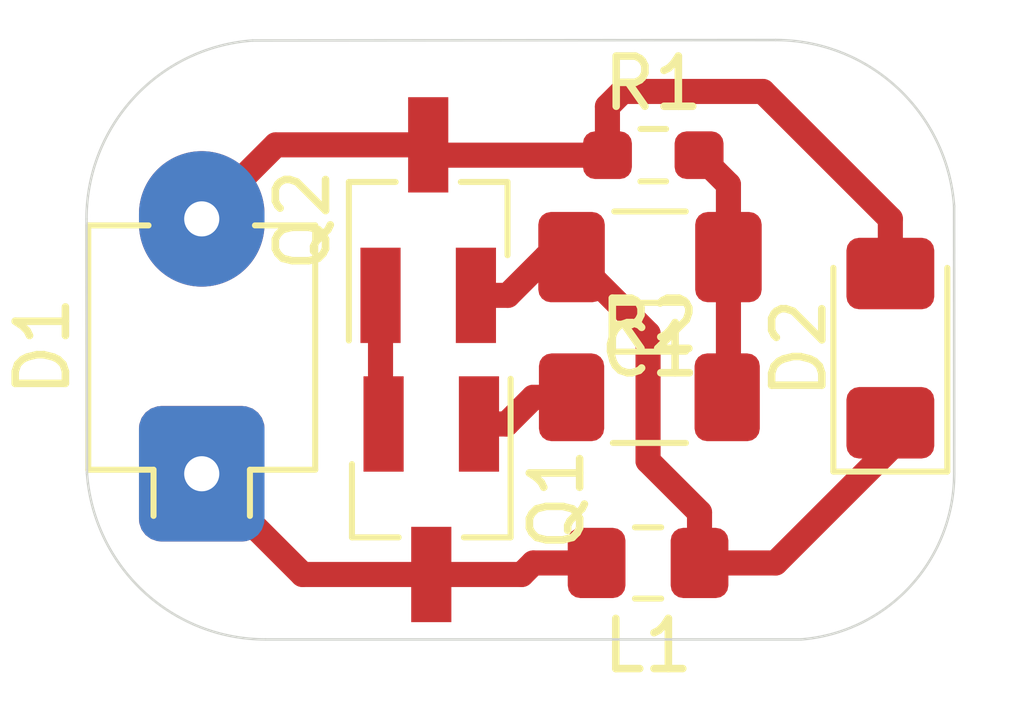
<source format=kicad_pcb>
(kicad_pcb (version 20171130) (host pcbnew "(5.1.9)-1")

  (general
    (thickness 1.6)
    (drawings 8)
    (tracks 34)
    (zones 0)
    (modules 8)
    (nets 7)
  )

  (page A4)
  (layers
    (0 F.Cu signal)
    (31 B.Cu signal)
    (32 B.Adhes user)
    (33 F.Adhes user)
    (34 B.Paste user)
    (35 F.Paste user)
    (36 B.SilkS user)
    (37 F.SilkS user)
    (38 B.Mask user)
    (39 F.Mask user)
    (40 Dwgs.User user)
    (41 Cmts.User user)
    (42 Eco1.User user)
    (43 Eco2.User user)
    (44 Edge.Cuts user)
    (45 Margin user)
    (46 B.CrtYd user)
    (47 F.CrtYd user)
    (48 B.Fab user)
    (49 F.Fab user)
  )

  (setup
    (last_trace_width 0.5)
    (user_trace_width 0.5)
    (trace_clearance 0.2)
    (zone_clearance 0.508)
    (zone_45_only no)
    (trace_min 0.2)
    (via_size 0.8)
    (via_drill 0.4)
    (via_min_size 0.4)
    (via_min_drill 0.3)
    (uvia_size 0.3)
    (uvia_drill 0.1)
    (uvias_allowed no)
    (uvia_min_size 0.2)
    (uvia_min_drill 0.1)
    (edge_width 0.05)
    (segment_width 0.2)
    (pcb_text_width 0.3)
    (pcb_text_size 1.5 1.5)
    (mod_edge_width 0.12)
    (mod_text_size 1 1)
    (mod_text_width 0.15)
    (pad_size 2.7 2.5)
    (pad_drill 0.7)
    (pad_to_mask_clearance 0)
    (aux_axis_origin 132.334 96.52)
    (visible_elements FFFFFF7F)
    (pcbplotparams
      (layerselection 0x010fc_ffffffff)
      (usegerberextensions false)
      (usegerberattributes true)
      (usegerberadvancedattributes true)
      (creategerberjobfile true)
      (excludeedgelayer true)
      (linewidth 0.100000)
      (plotframeref false)
      (viasonmask false)
      (mode 1)
      (useauxorigin true)
      (hpglpennumber 1)
      (hpglpenspeed 20)
      (hpglpendiameter 15.000000)
      (psnegative false)
      (psa4output false)
      (plotreference true)
      (plotvalue true)
      (plotinvisibletext false)
      (padsonsilk false)
      (subtractmaskfromsilk false)
      (outputformat 1)
      (mirror false)
      (drillshape 0)
      (scaleselection 1)
      (outputdirectory "gerbers/"))
  )

  (net 0 "")
  (net 1 "Net-(C1-Pad1)")
  (net 2 "Net-(C1-Pad2)")
  (net 3 "Net-(D1-Pad2)")
  (net 4 "Net-(D1-Pad1)")
  (net 5 "Net-(Q1-Pad1)")
  (net 6 "Net-(Q1-Pad2)")

  (net_class Default "This is the default net class."
    (clearance 0.2)
    (trace_width 0.25)
    (via_dia 0.8)
    (via_drill 0.4)
    (uvia_dia 0.3)
    (uvia_drill 0.1)
    (add_net "Net-(C1-Pad1)")
    (add_net "Net-(C1-Pad2)")
    (add_net "Net-(D1-Pad1)")
    (add_net "Net-(D1-Pad2)")
    (add_net "Net-(Q1-Pad1)")
    (add_net "Net-(Q1-Pad2)")
  )

  (module Package_TO_SOT_SMD:SOT-23_Handsoldering (layer F.Cu) (tedit 5A0AB76C) (tstamp 5FF9FDCA)
    (at 139.446 93.726 270)
    (descr "SOT-23, Handsoldering")
    (tags SOT-23)
    (path /5FF9E7A3)
    (attr smd)
    (fp_text reference Q1 (at 0 -2.5 90) (layer F.SilkS)
      (effects (font (size 1 1) (thickness 0.15)))
    )
    (fp_text value Q_NPN_BCE (at 0 2.5 90) (layer F.Fab)
      (effects (font (size 1 1) (thickness 0.15)))
    )
    (fp_line (start 0.76 1.58) (end -0.7 1.58) (layer F.SilkS) (width 0.12))
    (fp_line (start -0.7 1.52) (end 0.7 1.52) (layer F.Fab) (width 0.1))
    (fp_line (start 0.7 -1.52) (end 0.7 1.52) (layer F.Fab) (width 0.1))
    (fp_line (start -0.7 -0.95) (end -0.15 -1.52) (layer F.Fab) (width 0.1))
    (fp_line (start -0.15 -1.52) (end 0.7 -1.52) (layer F.Fab) (width 0.1))
    (fp_line (start -0.7 -0.95) (end -0.7 1.5) (layer F.Fab) (width 0.1))
    (fp_line (start 0.76 -1.58) (end -2.4 -1.58) (layer F.SilkS) (width 0.12))
    (fp_line (start -2.7 1.75) (end -2.7 -1.75) (layer F.CrtYd) (width 0.05))
    (fp_line (start 2.7 1.75) (end -2.7 1.75) (layer F.CrtYd) (width 0.05))
    (fp_line (start 2.7 -1.75) (end 2.7 1.75) (layer F.CrtYd) (width 0.05))
    (fp_line (start -2.7 -1.75) (end 2.7 -1.75) (layer F.CrtYd) (width 0.05))
    (fp_line (start 0.76 -1.58) (end 0.76 -0.65) (layer F.SilkS) (width 0.12))
    (fp_line (start 0.76 1.58) (end 0.76 0.65) (layer F.SilkS) (width 0.12))
    (fp_text user %R (at 0 0) (layer F.Fab)
      (effects (font (size 0.5 0.5) (thickness 0.075)))
    )
    (pad 1 smd rect (at -1.5 -0.95 270) (size 1.9 0.8) (layers F.Cu F.Paste F.Mask)
      (net 5 "Net-(Q1-Pad1)"))
    (pad 2 smd rect (at -1.5 0.95 270) (size 1.9 0.8) (layers F.Cu F.Paste F.Mask)
      (net 6 "Net-(Q1-Pad2)"))
    (pad 3 smd rect (at 1.5 0 270) (size 1.9 0.8) (layers F.Cu F.Paste F.Mask)
      (net 4 "Net-(D1-Pad1)"))
    (model ${KISYS3DMOD}/Package_TO_SOT_SMD.3dshapes/SOT-23.wrl
      (at (xyz 0 0 0))
      (scale (xyz 1 1 1))
      (rotate (xyz 0 0 0))
    )
  )

  (module Inductor_SMD:L_0805_2012Metric_Pad1.15x1.40mm_HandSolder (layer F.Cu) (tedit 5F68FEF0) (tstamp 5FFA1669)
    (at 143.764 94.996 180)
    (descr "Inductor SMD 0805 (2012 Metric), square (rectangular) end terminal, IPC_7351 nominal with elongated pad for handsoldering. (Body size source: https://docs.google.com/spreadsheets/d/1BsfQQcO9C6DZCsRaXUlFlo91Tg2WpOkGARC1WS5S8t0/edit?usp=sharing), generated with kicad-footprint-generator")
    (tags "inductor handsolder")
    (path /5FF9FDA8)
    (attr smd)
    (fp_text reference L1 (at 0 -1.65) (layer F.SilkS)
      (effects (font (size 1 1) (thickness 0.15)))
    )
    (fp_text value L (at 0 1.65) (layer F.Fab)
      (effects (font (size 1 1) (thickness 0.15)))
    )
    (fp_line (start 1.85 0.95) (end -1.85 0.95) (layer F.CrtYd) (width 0.05))
    (fp_line (start 1.85 -0.95) (end 1.85 0.95) (layer F.CrtYd) (width 0.05))
    (fp_line (start -1.85 -0.95) (end 1.85 -0.95) (layer F.CrtYd) (width 0.05))
    (fp_line (start -1.85 0.95) (end -1.85 -0.95) (layer F.CrtYd) (width 0.05))
    (fp_line (start -0.261252 0.71) (end 0.261252 0.71) (layer F.SilkS) (width 0.12))
    (fp_line (start -0.261252 -0.71) (end 0.261252 -0.71) (layer F.SilkS) (width 0.12))
    (fp_line (start 1 0.6) (end -1 0.6) (layer F.Fab) (width 0.1))
    (fp_line (start 1 -0.6) (end 1 0.6) (layer F.Fab) (width 0.1))
    (fp_line (start -1 -0.6) (end 1 -0.6) (layer F.Fab) (width 0.1))
    (fp_line (start -1 0.6) (end -1 -0.6) (layer F.Fab) (width 0.1))
    (fp_text user %R (at 0 0) (layer F.Fab)
      (effects (font (size 0.5 0.5) (thickness 0.08)))
    )
    (pad 1 smd roundrect (at -1.025 0 180) (size 1.15 1.4) (layers F.Cu F.Paste F.Mask) (roundrect_rratio 0.2173904347826087)
      (net 2 "Net-(C1-Pad2)"))
    (pad 2 smd roundrect (at 1.025 0 180) (size 1.15 1.4) (layers F.Cu F.Paste F.Mask) (roundrect_rratio 0.2173904347826087)
      (net 4 "Net-(D1-Pad1)"))
    (model ${KISYS3DMOD}/Inductor_SMD.3dshapes/L_0805_2012Metric.wrl
      (at (xyz 0 0 0))
      (scale (xyz 1 1 1))
      (rotate (xyz 0 0 0))
    )
  )

  (module Resistor_SMD:R_1206_3216Metric_Pad1.30x1.75mm_HandSolder (layer F.Cu) (tedit 5F68FEEE) (tstamp 5FF9FE01)
    (at 143.79 91.694)
    (descr "Resistor SMD 1206 (3216 Metric), square (rectangular) end terminal, IPC_7351 nominal with elongated pad for handsoldering. (Body size source: IPC-SM-782 page 72, https://www.pcb-3d.com/wordpress/wp-content/uploads/ipc-sm-782a_amendment_1_and_2.pdf), generated with kicad-footprint-generator")
    (tags "resistor handsolder")
    (path /5FFA78B5)
    (attr smd)
    (fp_text reference R2 (at 0 -1.43) (layer F.SilkS)
      (effects (font (size 1 1) (thickness 0.15)))
    )
    (fp_text value R_US (at 0 1.43) (layer F.Fab)
      (effects (font (size 1 1) (thickness 0.15)))
    )
    (fp_text user %R (at 0 0) (layer F.Fab)
      (effects (font (size 0.4 0.4) (thickness 0.06)))
    )
    (fp_line (start -1.6 0.8) (end -1.6 -0.8) (layer F.Fab) (width 0.1))
    (fp_line (start -1.6 -0.8) (end 1.6 -0.8) (layer F.Fab) (width 0.1))
    (fp_line (start 1.6 -0.8) (end 1.6 0.8) (layer F.Fab) (width 0.1))
    (fp_line (start 1.6 0.8) (end -1.6 0.8) (layer F.Fab) (width 0.1))
    (fp_line (start -0.727064 -0.91) (end 0.727064 -0.91) (layer F.SilkS) (width 0.12))
    (fp_line (start -0.727064 0.91) (end 0.727064 0.91) (layer F.SilkS) (width 0.12))
    (fp_line (start -2.45 1.12) (end -2.45 -1.12) (layer F.CrtYd) (width 0.05))
    (fp_line (start -2.45 -1.12) (end 2.45 -1.12) (layer F.CrtYd) (width 0.05))
    (fp_line (start 2.45 -1.12) (end 2.45 1.12) (layer F.CrtYd) (width 0.05))
    (fp_line (start 2.45 1.12) (end -2.45 1.12) (layer F.CrtYd) (width 0.05))
    (pad 2 smd roundrect (at 1.55 0) (size 1.3 1.75) (layers F.Cu F.Paste F.Mask) (roundrect_rratio 0.1923076923076923)
      (net 1 "Net-(C1-Pad1)"))
    (pad 1 smd roundrect (at -1.55 0) (size 1.3 1.75) (layers F.Cu F.Paste F.Mask) (roundrect_rratio 0.1923076923076923)
      (net 5 "Net-(Q1-Pad1)"))
    (model ${KISYS3DMOD}/Resistor_SMD.3dshapes/R_1206_3216Metric.wrl
      (at (xyz 0 0 0))
      (scale (xyz 1 1 1))
      (rotate (xyz 0 0 0))
    )
  )

  (module Capacitor_SMD:C_1206_3216Metric_Pad1.33x1.80mm_HandSolder (layer F.Cu) (tedit 5F68FEEF) (tstamp 5FFA071F)
    (at 143.8025 88.9 180)
    (descr "Capacitor SMD 1206 (3216 Metric), square (rectangular) end terminal, IPC_7351 nominal with elongated pad for handsoldering. (Body size source: IPC-SM-782 page 76, https://www.pcb-3d.com/wordpress/wp-content/uploads/ipc-sm-782a_amendment_1_and_2.pdf), generated with kicad-footprint-generator")
    (tags "capacitor handsolder")
    (path /5FF9D579)
    (attr smd)
    (fp_text reference C1 (at 0 -1.85) (layer F.SilkS)
      (effects (font (size 1 1) (thickness 0.15)))
    )
    (fp_text value CP1 (at 0 1.85) (layer F.Fab)
      (effects (font (size 1 1) (thickness 0.15)))
    )
    (fp_line (start 2.48 1.15) (end -2.48 1.15) (layer F.CrtYd) (width 0.05))
    (fp_line (start 2.48 -1.15) (end 2.48 1.15) (layer F.CrtYd) (width 0.05))
    (fp_line (start -2.48 -1.15) (end 2.48 -1.15) (layer F.CrtYd) (width 0.05))
    (fp_line (start -2.48 1.15) (end -2.48 -1.15) (layer F.CrtYd) (width 0.05))
    (fp_line (start -0.711252 0.91) (end 0.711252 0.91) (layer F.SilkS) (width 0.12))
    (fp_line (start -0.711252 -0.91) (end 0.711252 -0.91) (layer F.SilkS) (width 0.12))
    (fp_line (start 1.6 0.8) (end -1.6 0.8) (layer F.Fab) (width 0.1))
    (fp_line (start 1.6 -0.8) (end 1.6 0.8) (layer F.Fab) (width 0.1))
    (fp_line (start -1.6 -0.8) (end 1.6 -0.8) (layer F.Fab) (width 0.1))
    (fp_line (start -1.6 0.8) (end -1.6 -0.8) (layer F.Fab) (width 0.1))
    (fp_text user %R (at 0 0) (layer F.Fab)
      (effects (font (size 0.8 0.8) (thickness 0.12)))
    )
    (pad 1 smd roundrect (at -1.5625 0 180) (size 1.325 1.8) (layers F.Cu F.Paste F.Mask) (roundrect_rratio 0.1886784905660377)
      (net 1 "Net-(C1-Pad1)"))
    (pad 2 smd roundrect (at 1.5625 0 180) (size 1.325 1.8) (layers F.Cu F.Paste F.Mask) (roundrect_rratio 0.1886784905660377)
      (net 2 "Net-(C1-Pad2)"))
    (model ${KISYS3DMOD}/Capacitor_SMD.3dshapes/C_1206_3216Metric.wrl
      (at (xyz 0 0 0))
      (scale (xyz 1 1 1))
      (rotate (xyz 0 0 0))
    )
  )

  (module OptoDevice:Osram_DIL2_4.3x4.65mm_P5.08mm (layer F.Cu) (tedit 5FFA080D) (tstamp 5FF9FD91)
    (at 134.874 93.218 90)
    (descr "PhotoDiode, plastic DIL, 4.3x4.65mm², RM5.08")
    (tags "PhotoDiode plastic DIL RM5.08")
    (path /5FFA21E7)
    (fp_text reference D1 (at 2.54 -3.17 90) (layer F.SilkS)
      (effects (font (size 1 1) (thickness 0.15)))
    )
    (fp_text value BPW34 (at 2.54 3.17 90) (layer F.Fab)
      (effects (font (size 1 1) (thickness 0.15)))
    )
    (fp_line (start 0.08 0.96) (end -0.84 0.96) (layer F.SilkS) (width 0.12))
    (fp_line (start 0.08 -0.96) (end -0.84 -0.96) (layer F.SilkS) (width 0.12))
    (fp_line (start 6.18 2.4) (end -1.1 2.4) (layer F.CrtYd) (width 0.05))
    (fp_line (start 6.18 2.4) (end 6.18 -2.4) (layer F.CrtYd) (width 0.05))
    (fp_line (start -1.1 -2.4) (end -1.1 2.4) (layer F.CrtYd) (width 0.05))
    (fp_line (start -1.1 -2.4) (end 6.18 -2.4) (layer F.CrtYd) (width 0.05))
    (fp_line (start 1.02 0.64) (end 3.56 0.64) (layer F.Fab) (width 0.1))
    (fp_line (start 2.03 0) (end 2.03 1.27) (layer F.Fab) (width 0.1))
    (fp_line (start 2.67 1.27) (end 2.03 0.64) (layer F.Fab) (width 0.1))
    (fp_line (start 2.67 0) (end 2.67 1.27) (layer F.Fab) (width 0.1))
    (fp_line (start 2.03 0.64) (end 2.67 0) (layer F.Fab) (width 0.1))
    (fp_line (start 3.56 -1.14) (end 2.79 -0.38) (layer F.Fab) (width 0.1))
    (fp_line (start 3.05 -1.14) (end 2.29 -0.38) (layer F.Fab) (width 0.1))
    (fp_line (start 2.29 -0.38) (end 2.29 -0.64) (layer F.Fab) (width 0.1))
    (fp_line (start 2.29 -0.38) (end 2.54 -0.38) (layer F.Fab) (width 0.1))
    (fp_line (start 2.79 -0.38) (end 2.79 -0.64) (layer F.Fab) (width 0.1))
    (fp_line (start 2.79 -0.38) (end 3.05 -0.38) (layer F.Fab) (width 0.1))
    (fp_line (start 3.79 -1.5) (end 0.79 -1.5) (layer F.Fab) (width 0.1))
    (fp_line (start 0.79 1.5) (end 3.79 1.5) (layer F.Fab) (width 0.1))
    (fp_line (start 0.84 -2.15) (end 4.84 -2.15) (layer F.Fab) (width 0.1))
    (fp_line (start 0.19 -1.5) (end 0.84 -2.15) (layer F.Fab) (width 0.1))
    (fp_line (start 0.19 2.15) (end 0.19 -1.5) (layer F.Fab) (width 0.1))
    (fp_line (start 4.84 2.15) (end 0.19 2.15) (layer F.Fab) (width 0.1))
    (fp_line (start 4.84 -2.15) (end 4.84 2.15) (layer F.Fab) (width 0.1))
    (fp_line (start 4.95 -2.26) (end 4.95 -1.06) (layer F.SilkS) (width 0.12))
    (fp_line (start 0.08 -2.26) (end 4.95 -2.26) (layer F.SilkS) (width 0.12))
    (fp_line (start 4.95 2.26) (end 0.08 2.26) (layer F.SilkS) (width 0.12))
    (fp_line (start 4.95 1.06) (end 4.95 2.26) (layer F.SilkS) (width 0.12))
    (fp_line (start 0.08 -2.26) (end 0.08 -0.96) (layer F.SilkS) (width 0.12))
    (fp_line (start 0.08 0.96) (end 0.08 2.26) (layer F.SilkS) (width 0.12))
    (fp_line (start 0.79 -1.5) (end 0.79 1.5) (layer F.Fab) (width 0.1))
    (fp_line (start 3.79 1.5) (end 3.79 -1.5) (layer F.Fab) (width 0.1))
    (fp_text user %R (at 2.54 -3.17 90) (layer F.Fab)
      (effects (font (size 1 1) (thickness 0.15)))
    )
    (pad 2 thru_hole oval (at 5.08 0 90) (size 2.7 2.5) (drill 0.7) (layers *.Cu *.Mask)
      (net 3 "Net-(D1-Pad2)"))
    (pad 1 thru_hole roundrect (at 0 0 90) (size 2.7 2.5) (drill 0.7) (layers *.Cu *.Mask) (roundrect_rratio 0.178)
      (net 4 "Net-(D1-Pad1)"))
    (model ${KISYS3DMOD}/OptoDevice.3dshapes/Osram_DIL2_4.3x4.65mm_P5.08mm.wrl
      (at (xyz 0 0 0))
      (scale (xyz 1 1 1))
      (rotate (xyz 0 0 0))
    )
  )

  (module LED_SMD:LED_1206_3216Metric_Pad1.42x1.75mm_HandSolder (layer F.Cu) (tedit 5F68FEF1) (tstamp 5FFA169B)
    (at 148.59 90.7145 90)
    (descr "LED SMD 1206 (3216 Metric), square (rectangular) end terminal, IPC_7351 nominal, (Body size source: http://www.tortai-tech.com/upload/download/2011102023233369053.pdf), generated with kicad-footprint-generator")
    (tags "LED handsolder")
    (path /5FFA061A)
    (attr smd)
    (fp_text reference D2 (at 0 -1.82 90) (layer F.SilkS)
      (effects (font (size 1 1) (thickness 0.15)))
    )
    (fp_text value LED (at 0 1.82 90) (layer F.Fab)
      (effects (font (size 1 1) (thickness 0.15)))
    )
    (fp_line (start 2.45 1.12) (end -2.45 1.12) (layer F.CrtYd) (width 0.05))
    (fp_line (start 2.45 -1.12) (end 2.45 1.12) (layer F.CrtYd) (width 0.05))
    (fp_line (start -2.45 -1.12) (end 2.45 -1.12) (layer F.CrtYd) (width 0.05))
    (fp_line (start -2.45 1.12) (end -2.45 -1.12) (layer F.CrtYd) (width 0.05))
    (fp_line (start -2.46 1.135) (end 1.6 1.135) (layer F.SilkS) (width 0.12))
    (fp_line (start -2.46 -1.135) (end -2.46 1.135) (layer F.SilkS) (width 0.12))
    (fp_line (start 1.6 -1.135) (end -2.46 -1.135) (layer F.SilkS) (width 0.12))
    (fp_line (start 1.6 0.8) (end 1.6 -0.8) (layer F.Fab) (width 0.1))
    (fp_line (start -1.6 0.8) (end 1.6 0.8) (layer F.Fab) (width 0.1))
    (fp_line (start -1.6 -0.4) (end -1.6 0.8) (layer F.Fab) (width 0.1))
    (fp_line (start -1.2 -0.8) (end -1.6 -0.4) (layer F.Fab) (width 0.1))
    (fp_line (start 1.6 -0.8) (end -1.2 -0.8) (layer F.Fab) (width 0.1))
    (fp_text user %R (at 0 0 90) (layer F.Fab)
      (effects (font (size 0.8 0.8) (thickness 0.12)))
    )
    (pad 1 smd roundrect (at -1.4875 0 90) (size 1.425 1.75) (layers F.Cu F.Paste F.Mask) (roundrect_rratio 0.1754385964912281)
      (net 2 "Net-(C1-Pad2)"))
    (pad 2 smd roundrect (at 1.4875 0 90) (size 1.425 1.75) (layers F.Cu F.Paste F.Mask) (roundrect_rratio 0.1754385964912281)
      (net 3 "Net-(D1-Pad2)"))
    (model ${KISYS3DMOD}/LED_SMD.3dshapes/LED_1206_3216Metric.wrl
      (at (xyz 0 0 0))
      (scale (xyz 1 1 1))
      (rotate (xyz 0 0 0))
    )
  )

  (module Package_TO_SOT_SMD:SOT-23_Handsoldering (layer F.Cu) (tedit 5A0AB76C) (tstamp 5FF9FDDF)
    (at 139.385 88.162 90)
    (descr "SOT-23, Handsoldering")
    (tags SOT-23)
    (path /5FF9F309)
    (attr smd)
    (fp_text reference Q2 (at 0 -2.5 90) (layer F.SilkS)
      (effects (font (size 1 1) (thickness 0.15)))
    )
    (fp_text value Q_PNP_BCE (at 0 2.5 90) (layer F.Fab)
      (effects (font (size 1 1) (thickness 0.15)))
    )
    (fp_text user %R (at 0 0) (layer F.Fab)
      (effects (font (size 0.5 0.5) (thickness 0.075)))
    )
    (fp_line (start 0.76 1.58) (end 0.76 0.65) (layer F.SilkS) (width 0.12))
    (fp_line (start 0.76 -1.58) (end 0.76 -0.65) (layer F.SilkS) (width 0.12))
    (fp_line (start -2.7 -1.75) (end 2.7 -1.75) (layer F.CrtYd) (width 0.05))
    (fp_line (start 2.7 -1.75) (end 2.7 1.75) (layer F.CrtYd) (width 0.05))
    (fp_line (start 2.7 1.75) (end -2.7 1.75) (layer F.CrtYd) (width 0.05))
    (fp_line (start -2.7 1.75) (end -2.7 -1.75) (layer F.CrtYd) (width 0.05))
    (fp_line (start 0.76 -1.58) (end -2.4 -1.58) (layer F.SilkS) (width 0.12))
    (fp_line (start -0.7 -0.95) (end -0.7 1.5) (layer F.Fab) (width 0.1))
    (fp_line (start -0.15 -1.52) (end 0.7 -1.52) (layer F.Fab) (width 0.1))
    (fp_line (start -0.7 -0.95) (end -0.15 -1.52) (layer F.Fab) (width 0.1))
    (fp_line (start 0.7 -1.52) (end 0.7 1.52) (layer F.Fab) (width 0.1))
    (fp_line (start -0.7 1.52) (end 0.7 1.52) (layer F.Fab) (width 0.1))
    (fp_line (start 0.76 1.58) (end -0.7 1.58) (layer F.SilkS) (width 0.12))
    (pad 3 smd rect (at 1.5 0 90) (size 1.9 0.8) (layers F.Cu F.Paste F.Mask)
      (net 3 "Net-(D1-Pad2)"))
    (pad 2 smd rect (at -1.5 0.95 90) (size 1.9 0.8) (layers F.Cu F.Paste F.Mask)
      (net 2 "Net-(C1-Pad2)"))
    (pad 1 smd rect (at -1.5 -0.95 90) (size 1.9 0.8) (layers F.Cu F.Paste F.Mask)
      (net 6 "Net-(Q1-Pad2)"))
    (model ${KISYS3DMOD}/Package_TO_SOT_SMD.3dshapes/SOT-23.wrl
      (at (xyz 0 0 0))
      (scale (xyz 1 1 1))
      (rotate (xyz 0 0 0))
    )
  )

  (module Resistor_SMD:R_0603_1608Metric_Pad0.98x0.95mm_HandSolder (layer F.Cu) (tedit 5F68FEEE) (tstamp 5FFA1639)
    (at 143.8675 86.868)
    (descr "Resistor SMD 0603 (1608 Metric), square (rectangular) end terminal, IPC_7351 nominal with elongated pad for handsoldering. (Body size source: IPC-SM-782 page 72, https://www.pcb-3d.com/wordpress/wp-content/uploads/ipc-sm-782a_amendment_1_and_2.pdf), generated with kicad-footprint-generator")
    (tags "resistor handsolder")
    (path /5FF9CBEE)
    (attr smd)
    (fp_text reference R1 (at 0 -1.43) (layer F.SilkS)
      (effects (font (size 1 1) (thickness 0.15)))
    )
    (fp_text value R_US (at 0 1.43) (layer F.Fab)
      (effects (font (size 1 1) (thickness 0.15)))
    )
    (fp_line (start 1.65 0.73) (end -1.65 0.73) (layer F.CrtYd) (width 0.05))
    (fp_line (start 1.65 -0.73) (end 1.65 0.73) (layer F.CrtYd) (width 0.05))
    (fp_line (start -1.65 -0.73) (end 1.65 -0.73) (layer F.CrtYd) (width 0.05))
    (fp_line (start -1.65 0.73) (end -1.65 -0.73) (layer F.CrtYd) (width 0.05))
    (fp_line (start -0.254724 0.5225) (end 0.254724 0.5225) (layer F.SilkS) (width 0.12))
    (fp_line (start -0.254724 -0.5225) (end 0.254724 -0.5225) (layer F.SilkS) (width 0.12))
    (fp_line (start 0.8 0.4125) (end -0.8 0.4125) (layer F.Fab) (width 0.1))
    (fp_line (start 0.8 -0.4125) (end 0.8 0.4125) (layer F.Fab) (width 0.1))
    (fp_line (start -0.8 -0.4125) (end 0.8 -0.4125) (layer F.Fab) (width 0.1))
    (fp_line (start -0.8 0.4125) (end -0.8 -0.4125) (layer F.Fab) (width 0.1))
    (fp_text user %R (at 0 0) (layer F.Fab)
      (effects (font (size 0.4 0.4) (thickness 0.06)))
    )
    (pad 1 smd roundrect (at -0.9125 0) (size 0.975 0.95) (layers F.Cu F.Paste F.Mask) (roundrect_rratio 0.25)
      (net 3 "Net-(D1-Pad2)"))
    (pad 2 smd roundrect (at 0.9125 0) (size 0.975 0.95) (layers F.Cu F.Paste F.Mask) (roundrect_rratio 0.25)
      (net 1 "Net-(C1-Pad1)"))
    (model ${KISYS3DMOD}/Resistor_SMD.3dshapes/R_0603_1608Metric.wrl
      (at (xyz 0 0 0))
      (scale (xyz 1 1 1))
      (rotate (xyz 0 0 0))
    )
  )

  (gr_arc (start 136.144001 92.954941) (end 132.588002 93.20894) (angle -85.91438322) (layer Edge.Cuts) (width 0.05) (tstamp 5FFA18B2))
  (gr_arc (start 136.143999 88.137999) (end 135.89 84.582) (angle -85.91438322) (layer Edge.Cuts) (width 0.05) (tstamp 5FFA18AE))
  (gr_arc (start 146.548941 93.217999) (end 146.812 96.52) (angle -85.44504621) (layer Edge.Cuts) (width 0.05) (tstamp 5FFA18A9))
  (gr_arc (start 146.304001 88.137999) (end 149.86 87.884) (angle -85.91438203) (layer Edge.Cuts) (width 0.05))
  (gr_line (start 132.588002 93.20894) (end 132.57894 88.137998) (layer Edge.Cuts) (width 0.05))
  (gr_line (start 146.812 96.52) (end 136.144 96.52) (layer Edge.Cuts) (width 0.05))
  (gr_line (start 149.86 87.884) (end 149.861404 93.218) (layer Edge.Cuts) (width 0.05))
  (gr_line (start 135.89 84.582) (end 146.304002 84.57294) (layer Edge.Cuts) (width 0.05))

  (segment (start 145.365 87.453) (end 144.78 86.868) (width 0.5) (layer F.Cu) (net 1))
  (segment (start 145.365 88.9) (end 145.365 87.453) (width 0.5) (layer F.Cu) (net 1))
  (segment (start 145.365 91.669) (end 145.34 91.694) (width 0.5) (layer F.Cu) (net 1))
  (segment (start 145.365 88.9) (end 145.365 91.669) (width 0.5) (layer F.Cu) (net 1))
  (segment (start 140.335 89.662) (end 140.97 89.662) (width 0.5) (layer F.Cu) (net 2))
  (segment (start 141.732 88.9) (end 142.24 88.9) (width 0.5) (layer F.Cu) (net 2))
  (segment (start 140.97 89.662) (end 141.732 88.9) (width 0.5) (layer F.Cu) (net 2))
  (segment (start 144.789 93.989) (end 144.789 94.996) (width 0.5) (layer F.Cu) (net 2))
  (segment (start 143.764 92.964) (end 144.789 93.989) (width 0.5) (layer F.Cu) (net 2))
  (segment (start 143.764 90.424) (end 143.764 92.964) (width 0.5) (layer F.Cu) (net 2))
  (segment (start 142.24 88.9) (end 143.764 90.424) (width 0.5) (layer F.Cu) (net 2))
  (segment (start 144.789 94.996) (end 146.304 94.996) (width 0.5) (layer F.Cu) (net 2))
  (segment (start 148.59 92.71) (end 148.59 92.202) (width 0.5) (layer F.Cu) (net 2))
  (segment (start 146.304 94.996) (end 148.59 92.71) (width 0.5) (layer F.Cu) (net 2))
  (segment (start 136.35 86.662) (end 134.874 88.138) (width 0.5) (layer F.Cu) (net 3))
  (segment (start 139.385 86.662) (end 136.35 86.662) (width 0.5) (layer F.Cu) (net 3))
  (segment (start 139.591 86.868) (end 139.385 86.662) (width 0.5) (layer F.Cu) (net 3))
  (segment (start 142.955 86.868) (end 139.591 86.868) (width 0.5) (layer F.Cu) (net 3))
  (segment (start 148.59 89.227) (end 148.59 88.138) (width 0.5) (layer F.Cu) (net 3))
  (segment (start 148.59 88.138) (end 146.05 85.598) (width 0.5) (layer F.Cu) (net 3))
  (segment (start 146.05 85.598) (end 143.256 85.598) (width 0.5) (layer F.Cu) (net 3))
  (segment (start 142.955 85.899) (end 142.955 86.868) (width 0.5) (layer F.Cu) (net 3))
  (segment (start 143.256 85.598) (end 142.955 85.899) (width 0.5) (layer F.Cu) (net 3))
  (segment (start 136.882 95.226) (end 134.874 93.218) (width 0.5) (layer F.Cu) (net 4))
  (segment (start 139.446 95.226) (end 136.882 95.226) (width 0.5) (layer F.Cu) (net 4))
  (segment (start 139.446 95.226) (end 141.248 95.226) (width 0.5) (layer F.Cu) (net 4))
  (segment (start 141.478 94.996) (end 142.739 94.996) (width 0.5) (layer F.Cu) (net 4))
  (segment (start 141.248 95.226) (end 141.478 94.996) (width 0.5) (layer F.Cu) (net 4))
  (segment (start 140.51 92.71) (end 140.335 92.885) (width 0.5) (layer F.Cu) (net 5))
  (segment (start 140.396 92.226) (end 140.946 92.226) (width 0.5) (layer F.Cu) (net 5))
  (segment (start 141.478 91.694) (end 142.24 91.694) (width 0.5) (layer F.Cu) (net 5))
  (segment (start 140.946 92.226) (end 141.478 91.694) (width 0.5) (layer F.Cu) (net 5))
  (segment (start 138.435 92.165) (end 138.496 92.226) (width 0.5) (layer F.Cu) (net 6))
  (segment (start 138.435 89.662) (end 138.435 92.165) (width 0.5) (layer F.Cu) (net 6))

)

</source>
